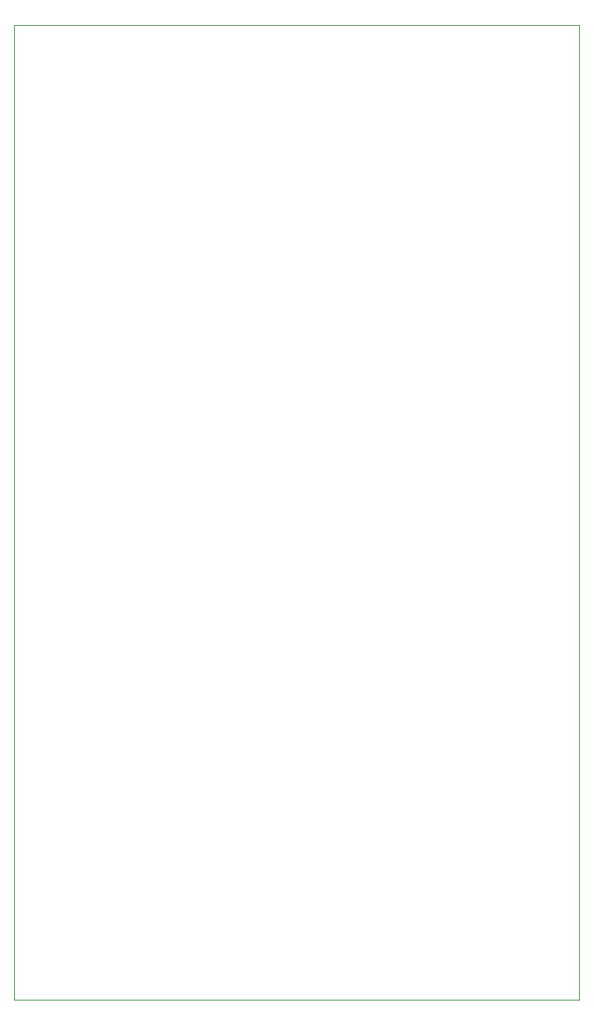
<source format=gbr>
G04 #@! TF.GenerationSoftware,KiCad,Pcbnew,(5.1.8)-1*
G04 #@! TF.CreationDate,2024-05-28T10:21:17-06:00*
G04 #@! TF.ProjectId,Breadboard Adapter,42726561-6462-46f6-9172-642041646170,rev?*
G04 #@! TF.SameCoordinates,Original*
G04 #@! TF.FileFunction,Profile,NP*
%FSLAX46Y46*%
G04 Gerber Fmt 4.6, Leading zero omitted, Abs format (unit mm)*
G04 Created by KiCad (PCBNEW (5.1.8)-1) date 2024-05-28 10:21:17*
%MOMM*%
%LPD*%
G01*
G04 APERTURE LIST*
G04 #@! TA.AperFunction,Profile*
%ADD10C,0.050000*%
G04 #@! TD*
G04 APERTURE END LIST*
D10*
X88773000Y-12700000D02*
X149987000Y-12700000D01*
X88773000Y-118110000D02*
X149987000Y-118110000D01*
X88773000Y-118110000D02*
X88773000Y-38100000D01*
X149987000Y-118110000D02*
X149987000Y-38100000D01*
X88773000Y-38100000D02*
X88773000Y-12700000D01*
X149987000Y-38100000D02*
X149987000Y-12700000D01*
M02*

</source>
